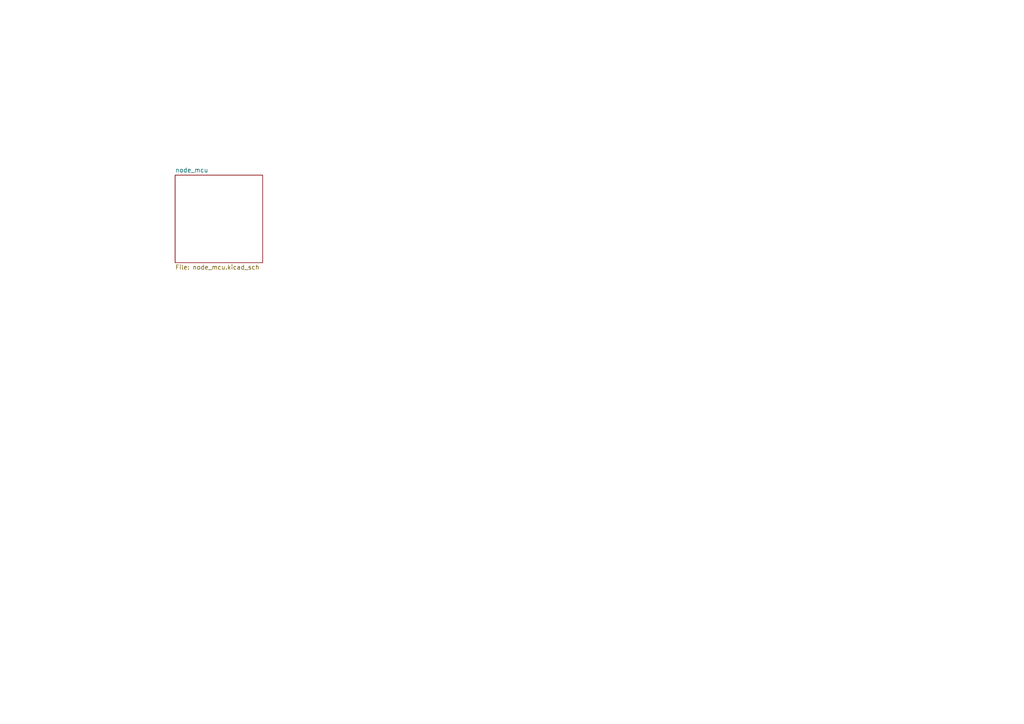
<source format=kicad_sch>
(kicad_sch (version 20211123) (generator eeschema)
  (paper "A4")
  (lib_symbols)
  (sheet (at 50.8 50.8) (size 25.4 25.4) (stroke (width 0.1524))
    (property "Sheet name" "node_mcu" (at 50.8 50.0884 0) (effects (justify left bottom)))
    (property "Sheet file" "node_mcu.kicad_sch" (at 50.8 76.7846 0) (effects (justify left top)))
  )
)
</source>
